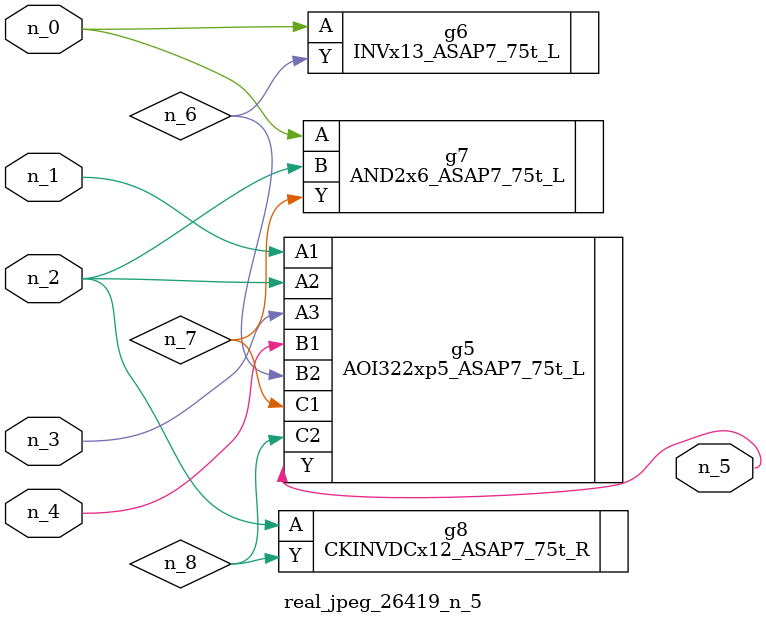
<source format=v>
module real_jpeg_26419_n_5 (n_4, n_0, n_1, n_2, n_3, n_5);

input n_4;
input n_0;
input n_1;
input n_2;
input n_3;

output n_5;

wire n_8;
wire n_6;
wire n_7;

INVx13_ASAP7_75t_L g6 ( 
.A(n_0),
.Y(n_6)
);

AND2x6_ASAP7_75t_L g7 ( 
.A(n_0),
.B(n_2),
.Y(n_7)
);

AOI322xp5_ASAP7_75t_L g5 ( 
.A1(n_1),
.A2(n_2),
.A3(n_3),
.B1(n_4),
.B2(n_6),
.C1(n_7),
.C2(n_8),
.Y(n_5)
);

CKINVDCx12_ASAP7_75t_R g8 ( 
.A(n_2),
.Y(n_8)
);


endmodule
</source>
